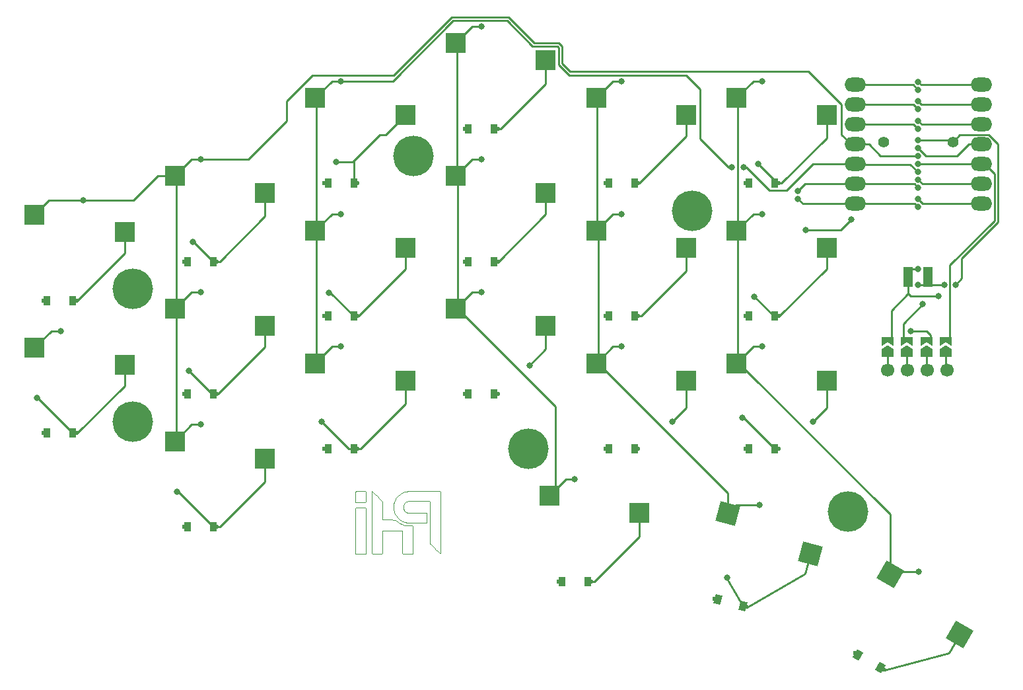
<source format=gbr>
%TF.GenerationSoftware,KiCad,Pcbnew,9.0.1*%
%TF.CreationDate,2025-06-09T17:49:50+02:00*%
%TF.ProjectId,pcb,7063622e-6b69-4636-9164-5f7063625858,v1.0.0*%
%TF.SameCoordinates,Original*%
%TF.FileFunction,Copper,L2,Bot*%
%TF.FilePolarity,Positive*%
%FSLAX46Y46*%
G04 Gerber Fmt 4.6, Leading zero omitted, Abs format (unit mm)*
G04 Created by KiCad (PCBNEW 9.0.1) date 2025-06-09 17:49:50*
%MOMM*%
%LPD*%
G01*
G04 APERTURE LIST*
G04 Aperture macros list*
%AMRotRect*
0 Rectangle, with rotation*
0 The origin of the aperture is its center*
0 $1 length*
0 $2 width*
0 $3 Rotation angle, in degrees counterclockwise*
0 Add horizontal line*
21,1,$1,$2,0,0,$3*%
%AMFreePoly0*
4,1,6,1.000000,0.000000,0.500000,-0.750000,-0.500000,-0.750000,-0.500000,0.750000,0.500000,0.750000,1.000000,0.000000,1.000000,0.000000,$1*%
%AMFreePoly1*
4,1,6,0.500000,-0.750000,-0.650000,-0.750000,-0.150000,0.000000,-0.650000,0.750000,0.500000,0.750000,0.500000,-0.750000,0.500000,-0.750000,$1*%
G04 Aperture macros list end*
%TA.AperFunction,NonConductor*%
%ADD10C,0.100000*%
%TD*%
%TA.AperFunction,ComponentPad*%
%ADD11C,1.700000*%
%TD*%
%TA.AperFunction,SMDPad,CuDef*%
%ADD12FreePoly0,90.000000*%
%TD*%
%TA.AperFunction,SMDPad,CuDef*%
%ADD13FreePoly1,90.000000*%
%TD*%
%TA.AperFunction,SMDPad,CuDef*%
%ADD14R,2.600000X2.600000*%
%TD*%
%TA.AperFunction,SMDPad,CuDef*%
%ADD15RotRect,2.600000X2.600000X330.000000*%
%TD*%
%TA.AperFunction,ComponentPad*%
%ADD16C,5.200000*%
%TD*%
%TA.AperFunction,SMDPad,CuDef*%
%ADD17R,1.250000X2.500000*%
%TD*%
%TA.AperFunction,SMDPad,CuDef*%
%ADD18O,2.750000X1.800000*%
%TD*%
%TA.AperFunction,CastellatedPad*%
%ADD19C,1.397000*%
%TD*%
%TA.AperFunction,SMDPad,CuDef*%
%ADD20RotRect,2.600000X2.600000X345.000000*%
%TD*%
%TA.AperFunction,ComponentPad*%
%ADD21C,0.600000*%
%TD*%
%TA.AperFunction,SMDPad,CuDef*%
%ADD22R,0.900000X1.200000*%
%TD*%
%TA.AperFunction,SMDPad,CuDef*%
%ADD23RotRect,0.900000X1.200000X330.000000*%
%TD*%
%TA.AperFunction,SMDPad,CuDef*%
%ADD24RotRect,0.900000X1.200000X345.000000*%
%TD*%
%TA.AperFunction,ViaPad*%
%ADD25C,0.800000*%
%TD*%
%TA.AperFunction,Conductor*%
%ADD26C,0.250000*%
%TD*%
G04 APERTURE END LIST*
D10*
X206192106Y-163982865D02*
X206302153Y-163982865D01*
X206412180Y-163982865D01*
X206522060Y-163982865D01*
X206610726Y-164004138D01*
X206610726Y-164114219D01*
X206610726Y-164224308D01*
X206610726Y-164334304D01*
X206610727Y-164444140D01*
X206610726Y-164554283D01*
X206610727Y-164664181D01*
X206610727Y-164774321D01*
X206610727Y-164884285D01*
X206610727Y-164994207D01*
X206610727Y-165104238D01*
X206610727Y-165214322D01*
X206610727Y-165324136D01*
X206567407Y-165390725D01*
X206457392Y-165390371D01*
X206347420Y-165390019D01*
X206237345Y-165389664D01*
X206127417Y-165389310D01*
X206017383Y-165388957D01*
X205907302Y-165388572D01*
X205797426Y-165388043D01*
X205687323Y-165387512D01*
X205577351Y-165386984D01*
X205467282Y-165386453D01*
X205357285Y-165385924D01*
X205247360Y-165385395D01*
X205241227Y-165281428D01*
X205241226Y-165171550D01*
X205241227Y-165061437D01*
X205241227Y-164951398D01*
X205241226Y-164841456D01*
X205241227Y-164731609D01*
X205241240Y-164621505D01*
X205241316Y-164511501D01*
X205241470Y-164401406D01*
X205241727Y-164291485D01*
X205242138Y-164181402D01*
X205242852Y-164071597D01*
X205422022Y-163985360D01*
X205532062Y-163984268D01*
X205642059Y-163983560D01*
X205752060Y-163983120D01*
X205862082Y-163982900D01*
X205972163Y-163982865D01*
X206081998Y-163982864D01*
X206192106Y-163982865D01*
X207483806Y-164038784D02*
X207563113Y-164115048D01*
X207641617Y-164192075D01*
X207720141Y-164269051D01*
X207798792Y-164345911D01*
X207877592Y-164422803D01*
X207956343Y-164499567D01*
X208035071Y-164576237D01*
X208113920Y-164652960D01*
X208192911Y-164729757D01*
X208271730Y-164806318D01*
X208350718Y-164882961D01*
X208429749Y-164959548D01*
X208508687Y-165035909D01*
X208587844Y-165112272D01*
X208667343Y-165188521D01*
X208746597Y-165264770D01*
X208766727Y-165366201D01*
X208766727Y-165476102D01*
X208766727Y-165586083D01*
X208766727Y-165696265D01*
X208766727Y-165806102D01*
X208766726Y-165916223D01*
X208766727Y-166026237D01*
X208766727Y-166136178D01*
X208766728Y-166246166D01*
X208766727Y-166356184D01*
X208766727Y-166466155D01*
X208766726Y-166576280D01*
X208766727Y-166686111D01*
X208766728Y-166796197D01*
X208766726Y-166906270D01*
X208766726Y-167016200D01*
X208766727Y-167126146D01*
X208766726Y-167236265D01*
X208766726Y-167346162D01*
X208766727Y-167456146D01*
X208766727Y-167566161D01*
X208810238Y-167632723D01*
X208920341Y-167632869D01*
X209030229Y-167633015D01*
X209140289Y-167633161D01*
X209250349Y-167633307D01*
X209360162Y-167633452D01*
X209470349Y-167633598D01*
X209580299Y-167633745D01*
X209690321Y-167634017D01*
X209800300Y-167634311D01*
X209910263Y-167634602D01*
X210020287Y-167634896D01*
X210130296Y-167635189D01*
X210240183Y-167635481D01*
X210350265Y-167635774D01*
X210449773Y-167662217D01*
X210529371Y-167737989D01*
X210611097Y-167811817D01*
X210695547Y-167882018D01*
X210783196Y-167948813D01*
X210873501Y-168011578D01*
X210966517Y-168070153D01*
X211062292Y-168124322D01*
X211160535Y-168173646D01*
X211261159Y-168217792D01*
X211364271Y-168256450D01*
X211468835Y-168290241D01*
X211574795Y-168320393D01*
X211681939Y-168344745D01*
X211790418Y-168362332D01*
X211899830Y-168373931D01*
X212009547Y-168381260D01*
X212119589Y-168385923D01*
X212229448Y-168388988D01*
X212339579Y-168391162D01*
X212449554Y-168393150D01*
X212559424Y-168395135D01*
X212669395Y-168397122D01*
X212671727Y-168504943D01*
X212671726Y-168614876D01*
X212671727Y-168724970D01*
X212671727Y-168834892D01*
X212671728Y-168944870D01*
X212671726Y-169054921D01*
X212671727Y-169164853D01*
X212671727Y-169274768D01*
X212671726Y-169384881D01*
X212671726Y-169494849D01*
X212671727Y-169604829D01*
X212671727Y-169714817D01*
X212671727Y-169824921D01*
X212671727Y-169934835D01*
X212671726Y-170044944D01*
X212671727Y-170154858D01*
X212671727Y-170264849D01*
X212671727Y-170374868D01*
X212671726Y-170484854D01*
X212671727Y-170594886D01*
X212671727Y-170704843D01*
X212671727Y-170814858D01*
X212671727Y-170924974D01*
X212671726Y-171034817D01*
X212671727Y-171144873D01*
X212671726Y-171254918D01*
X212671727Y-171364889D01*
X212671726Y-171474876D01*
X212671727Y-171584794D01*
X212671726Y-171694954D01*
X212671726Y-171804866D01*
X212671726Y-171914923D01*
X212604632Y-171957865D01*
X212494672Y-171957865D01*
X212384791Y-171957865D01*
X212274696Y-171957864D01*
X212164792Y-171957865D01*
X212054617Y-171957865D01*
X211944728Y-171957864D01*
X211834702Y-171957865D01*
X211724673Y-171957865D01*
X211614812Y-171957865D01*
X211504727Y-171957865D01*
X211394612Y-171957865D01*
X211318727Y-171923865D01*
X211318727Y-171813845D01*
X211318727Y-171703800D01*
X211318727Y-171593862D01*
X211318727Y-171483742D01*
X211318727Y-171373876D01*
X211318726Y-171263930D01*
X211318726Y-171153860D01*
X211318727Y-171043925D01*
X211318726Y-170933738D01*
X211318726Y-170823920D01*
X211318726Y-170713908D01*
X211318726Y-170603809D01*
X211318726Y-170493936D01*
X211318727Y-170383771D01*
X211318727Y-170273870D01*
X211318726Y-170163744D01*
X211318727Y-170053759D01*
X211318727Y-169943852D01*
X211318726Y-169833865D01*
X211318727Y-169723883D01*
X211318726Y-169613885D01*
X211318728Y-169503794D01*
X211318727Y-169393769D01*
X211318727Y-169283765D01*
X211318727Y-169173866D01*
X211318727Y-169063800D01*
X211251779Y-169020864D01*
X211141680Y-169020864D01*
X211031713Y-169020865D01*
X210921728Y-169020866D01*
X210811674Y-169020865D01*
X210701773Y-169020865D01*
X210591694Y-169020865D01*
X210481782Y-169020865D01*
X210371630Y-169020865D01*
X210261617Y-169020864D01*
X210151720Y-169020865D01*
X210041676Y-169020864D01*
X209931637Y-169020865D01*
X209821761Y-169020865D01*
X209711785Y-169020865D01*
X209601685Y-169020864D01*
X209491628Y-169020864D01*
X209381648Y-169020865D01*
X209271682Y-169020865D01*
X209161629Y-169020864D01*
X209051738Y-169020864D01*
X208941634Y-169020865D01*
X208831728Y-169020865D01*
X208766727Y-169065823D01*
X208766727Y-169175923D01*
X208766726Y-169286033D01*
X208766726Y-169395820D01*
X208766726Y-169505852D01*
X208766726Y-169615874D01*
X208766727Y-169725984D01*
X208766727Y-169835936D01*
X208766727Y-169945867D01*
X208766727Y-170055825D01*
X208766727Y-170165848D01*
X208766727Y-170276002D01*
X208766726Y-170385918D01*
X208766726Y-170495952D01*
X208766727Y-170605954D01*
X208766728Y-170716038D01*
X208766727Y-170826019D01*
X208766728Y-170935927D01*
X208766727Y-171045934D01*
X208766726Y-171155922D01*
X208766727Y-171266021D01*
X208766726Y-171375852D01*
X208766727Y-171485985D01*
X208766726Y-171595891D01*
X208766726Y-171705870D01*
X208766726Y-171815960D01*
X208766726Y-171925882D01*
X208688741Y-171957865D01*
X208578679Y-171957865D01*
X208468656Y-171957865D01*
X208358636Y-171957864D01*
X208248626Y-171957865D01*
X208138623Y-171957865D01*
X208028588Y-171957865D01*
X207918640Y-171957865D01*
X207808740Y-171957865D01*
X207698695Y-171957865D01*
X207588635Y-171957864D01*
X207478738Y-171957865D01*
X207402727Y-171923788D01*
X207402727Y-171813797D01*
X207402726Y-171703845D01*
X207402727Y-171593714D01*
X207402726Y-171483758D01*
X207402726Y-171373882D01*
X207402727Y-171263857D01*
X207402727Y-171153804D01*
X207402726Y-171043728D01*
X207402728Y-170933824D01*
X207402727Y-170823666D01*
X207402727Y-170713781D01*
X207402726Y-170603730D01*
X207402727Y-170493820D01*
X207402727Y-170383770D01*
X207402727Y-170273775D01*
X207402726Y-170163816D01*
X207402726Y-170053666D01*
X207402727Y-169943811D01*
X207402726Y-169833821D01*
X207402727Y-169723808D01*
X207402726Y-169613722D01*
X207402727Y-169503702D01*
X207402727Y-169393740D01*
X207402727Y-169283691D01*
X207402727Y-169173814D01*
X207402727Y-169063759D01*
X207402727Y-168953796D01*
X207402726Y-168843686D01*
X207402726Y-168733868D01*
X207402727Y-168623869D01*
X207402727Y-168513757D01*
X207402726Y-168403826D01*
X207402727Y-168293804D01*
X207402727Y-168183837D01*
X207402727Y-168073713D01*
X207402727Y-167963811D01*
X207402727Y-167824720D01*
X207402727Y-167714740D01*
X207402727Y-167604798D01*
X207402727Y-167494713D01*
X207402727Y-167384749D01*
X207402728Y-167274787D01*
X207402727Y-167164719D01*
X207402727Y-167054726D01*
X207402726Y-166944699D01*
X207402726Y-166834709D01*
X207402727Y-166724631D01*
X207402727Y-166614701D01*
X207402727Y-166504721D01*
X207402727Y-166394760D01*
X207402727Y-166284657D01*
X207402727Y-166174757D01*
X207402726Y-166064654D01*
X207402727Y-165954652D01*
X207402727Y-165844684D01*
X207402727Y-165734685D01*
X207402727Y-165624777D01*
X207402726Y-165514742D01*
X207402726Y-165404750D01*
X207402728Y-165294830D01*
X207402727Y-165184721D01*
X207402727Y-165074757D01*
X207402727Y-164964694D01*
X207402727Y-164854773D01*
X207402727Y-164744797D01*
X207402726Y-164634610D01*
X207402727Y-164524663D01*
X207402726Y-164414784D01*
X207402727Y-164304766D01*
X207402726Y-164194722D01*
X207402726Y-164084632D01*
X207402727Y-163974628D01*
X207483806Y-164038784D01*
X206324885Y-166105865D02*
X206434842Y-166105865D01*
X206544904Y-166105865D01*
X206610727Y-166150019D01*
X206610727Y-166259945D01*
X206610727Y-166369879D01*
X206610727Y-166479998D01*
X206610726Y-166590049D01*
X206610727Y-166700039D01*
X206610726Y-166809934D01*
X206610726Y-166919944D01*
X206610727Y-167029903D01*
X206610727Y-167140084D01*
X206610726Y-167250040D01*
X206610727Y-167359919D01*
X206610727Y-167470052D01*
X206610726Y-167579974D01*
X206610727Y-167689983D01*
X206610727Y-167799979D01*
X206610727Y-167909907D01*
X206610727Y-168020004D01*
X206610727Y-168130035D01*
X206610726Y-168240044D01*
X206610727Y-168350096D01*
X206610727Y-168460012D01*
X206610726Y-168570017D01*
X206610726Y-168680089D01*
X206610727Y-168789944D01*
X206610727Y-168900106D01*
X206610726Y-169009900D01*
X206610726Y-169119987D01*
X206610726Y-169229964D01*
X206610727Y-169339958D01*
X206610727Y-169450093D01*
X206610727Y-169559956D01*
X206610726Y-169669923D01*
X206610727Y-169780095D01*
X206610727Y-169890037D01*
X206610727Y-170000079D01*
X206610727Y-170110021D01*
X206610727Y-170220017D01*
X206610727Y-170329943D01*
X206610727Y-170440004D01*
X206610727Y-170550114D01*
X206610727Y-170660023D01*
X206610726Y-170770101D01*
X206610726Y-170880043D01*
X206610727Y-170990091D01*
X206610726Y-171100078D01*
X206610727Y-171210017D01*
X206610727Y-171320109D01*
X206610727Y-171429998D01*
X206610727Y-171539938D01*
X206610727Y-171649938D01*
X206610726Y-171760015D01*
X206610727Y-171870023D01*
X206588554Y-171957864D01*
X206478624Y-171957865D01*
X206368664Y-171957865D01*
X206258579Y-171957866D01*
X206148677Y-171957865D01*
X206038594Y-171957864D01*
X205928471Y-171957864D01*
X205818590Y-171957865D01*
X205708683Y-171957864D01*
X205598657Y-171957865D01*
X205488629Y-171957865D01*
X205378645Y-171957865D01*
X205268642Y-171957865D01*
X205234712Y-171881853D01*
X205234838Y-171771775D01*
X205234961Y-171661880D01*
X205235084Y-171551787D01*
X205235209Y-171441910D01*
X205235332Y-171331736D01*
X205235457Y-171221873D01*
X205235581Y-171111790D01*
X205235705Y-171001807D01*
X205235828Y-170891810D01*
X205235953Y-170781713D01*
X205236077Y-170671818D01*
X205236201Y-170561815D01*
X205236326Y-170451741D01*
X205236450Y-170341885D01*
X205236573Y-170231744D01*
X205236698Y-170121789D01*
X205236822Y-170011775D01*
X205236946Y-169901839D01*
X205237069Y-169791808D01*
X205237193Y-169681693D01*
X205237318Y-169571734D01*
X205237441Y-169461838D01*
X205237565Y-169351792D01*
X205237690Y-169241707D01*
X205237813Y-169131738D01*
X205238107Y-168872212D01*
X205238231Y-168762164D01*
X205238355Y-168652341D01*
X205238478Y-168542324D01*
X205238603Y-168432242D01*
X205238727Y-168322162D01*
X205238851Y-168212190D01*
X205238975Y-168102291D01*
X205239099Y-167992286D01*
X205239224Y-167882256D01*
X205239347Y-167772271D01*
X205239471Y-167662299D01*
X205239596Y-167552257D01*
X205239720Y-167442297D01*
X205239844Y-167332181D01*
X205239968Y-167222234D01*
X205240092Y-167112316D01*
X205240216Y-167002275D01*
X205240340Y-166892264D01*
X205240463Y-166782201D01*
X205240587Y-166672194D01*
X205240712Y-166562249D01*
X205240835Y-166452283D01*
X205240960Y-166342215D01*
X205241084Y-166232295D01*
X205241207Y-166122320D01*
X205334819Y-166105865D01*
X205444776Y-166105865D01*
X205554774Y-166105864D01*
X205664933Y-166105865D01*
X205774878Y-166105865D01*
X205884874Y-166105865D01*
X205994832Y-166105865D01*
X206104909Y-166105865D01*
X206214841Y-166105864D01*
X206324885Y-166105865D01*
X216169727Y-164011324D02*
X216169728Y-164121366D01*
X216169727Y-164231393D01*
X216169727Y-164341269D01*
X216169726Y-164451309D01*
X216169726Y-164561374D01*
X216169728Y-164671464D01*
X216169727Y-164781382D01*
X216169727Y-164891374D01*
X216169726Y-165001403D01*
X216169727Y-165111398D01*
X216169726Y-165221317D01*
X216169726Y-165331430D01*
X216169726Y-165441428D01*
X216169727Y-165551408D01*
X216169727Y-165661351D01*
X216169726Y-165771455D01*
X216169727Y-165881402D01*
X216169727Y-165991433D01*
X216169727Y-166101433D01*
X216169727Y-166211287D01*
X216169725Y-166321415D01*
X216169726Y-166431314D01*
X216169726Y-166541351D01*
X216169727Y-166651495D01*
X216169726Y-166761316D01*
X216169727Y-166871345D01*
X216169726Y-166981316D01*
X216169726Y-167091474D01*
X216169727Y-167201385D01*
X216169727Y-167311393D01*
X216169727Y-167421340D01*
X216169726Y-167531380D01*
X216169727Y-167641374D01*
X216169727Y-167751323D01*
X216169727Y-167861470D01*
X216169726Y-167971389D01*
X216169724Y-168081402D01*
X216169714Y-168191460D01*
X216169699Y-168301395D01*
X216169676Y-168411362D01*
X216169648Y-168521302D01*
X216169612Y-168631350D01*
X216169569Y-168741432D01*
X216169518Y-168851472D01*
X216169461Y-168961388D01*
X216169394Y-169071484D01*
X216169321Y-169181470D01*
X216169239Y-169291430D01*
X216169148Y-169401445D01*
X216169049Y-169511385D01*
X216168939Y-169621303D01*
X216168822Y-169731405D01*
X216168692Y-169841346D01*
X216168552Y-169951295D01*
X216168401Y-170061381D01*
X216168235Y-170171374D01*
X216168058Y-170281342D01*
X216167867Y-170391309D01*
X216167660Y-170501390D01*
X216167436Y-170611350D01*
X216167194Y-170721446D01*
X216166932Y-170831419D01*
X216166647Y-170941304D01*
X216166335Y-171051445D01*
X216165992Y-171161452D01*
X216165614Y-171271450D01*
X216165191Y-171381475D01*
X216164711Y-171491399D01*
X216164157Y-171601390D01*
X216163489Y-171711411D01*
X216162625Y-171821443D01*
X216161233Y-171931383D01*
X216105131Y-171916014D01*
X216025811Y-171839842D01*
X215946636Y-171763258D01*
X215867700Y-171686632D01*
X215788965Y-171610020D01*
X215710067Y-171533106D01*
X215631502Y-171456401D01*
X215552834Y-171379488D01*
X215474146Y-171302453D01*
X215395618Y-171225479D01*
X215317167Y-171148479D01*
X215238695Y-171071351D01*
X215160342Y-170994226D01*
X215081938Y-170916919D01*
X215003553Y-170839660D01*
X214925231Y-170762588D01*
X214846833Y-170685442D01*
X214838647Y-170578716D01*
X214838558Y-170468693D01*
X214838469Y-170358674D01*
X214838379Y-170248836D01*
X214838291Y-170138831D01*
X214838202Y-170028787D01*
X214838113Y-169918742D01*
X214838024Y-169808800D01*
X214837935Y-169698809D01*
X214837846Y-169588794D01*
X214837757Y-169478839D01*
X214837667Y-169368672D01*
X214837579Y-169258708D01*
X214837490Y-169148845D01*
X214837400Y-169038754D01*
X214837312Y-168928672D01*
X214837222Y-168818689D01*
X214837134Y-168708842D01*
X214837043Y-168598786D01*
X214836955Y-168488684D01*
X214836867Y-168378854D01*
X214836777Y-168268849D01*
X214836687Y-168158681D01*
X214836599Y-168048835D01*
X214836502Y-167938672D01*
X214836367Y-167828775D01*
X214836235Y-167718845D01*
X214836100Y-167608688D01*
X214835968Y-167498847D01*
X214835833Y-167388758D01*
X214835699Y-167278790D01*
X214835567Y-167168705D01*
X214835433Y-167058653D01*
X214835300Y-166948741D01*
X214835166Y-166838815D01*
X214835032Y-166728802D01*
X214834899Y-166618773D01*
X214834765Y-166508642D01*
X214834631Y-166398804D01*
X214834498Y-166288700D01*
X214834364Y-166178829D01*
X214834231Y-166068851D01*
X214834096Y-165958668D01*
X214833963Y-165848731D01*
X214833830Y-165738729D01*
X214833696Y-165628759D01*
X214833563Y-165518783D01*
X214833429Y-165408744D01*
X214833295Y-165298800D01*
X214779546Y-165242235D01*
X214669545Y-165241969D01*
X214559661Y-165241703D01*
X214449647Y-165241436D01*
X214339586Y-165241170D01*
X214229496Y-165240905D01*
X214119518Y-165240637D01*
X214009540Y-165240372D01*
X213899635Y-165240105D01*
X213789672Y-165239840D01*
X213679549Y-165239574D01*
X213569525Y-165239307D01*
X213459555Y-165239050D01*
X213349663Y-165238888D01*
X213239606Y-165238723D01*
X213129617Y-165238568D01*
X213019642Y-165238432D01*
X212909674Y-165238338D01*
X212799576Y-165238312D01*
X212689523Y-165238393D01*
X212579646Y-165238646D01*
X212469710Y-165239180D01*
X212359586Y-165240184D01*
X212249633Y-165242029D01*
X212139704Y-165245571D01*
X212029943Y-165253340D01*
X211922547Y-165275365D01*
X211822502Y-165321052D01*
X211728702Y-165378264D01*
X211644597Y-165448934D01*
X211572461Y-165531984D01*
X211512302Y-165623878D01*
X211468241Y-165724605D01*
X211440014Y-165830725D01*
X211425528Y-165939839D01*
X211425529Y-166049785D01*
X211441422Y-166158506D01*
X211469768Y-166264595D01*
X211513194Y-166365564D01*
X211572827Y-166458004D01*
X211646025Y-166539819D01*
X211729878Y-166610862D01*
X211823859Y-166667742D01*
X211925927Y-166708599D01*
X212032879Y-166734059D01*
X212142221Y-166745823D01*
X212252147Y-166748702D01*
X212362119Y-166750399D01*
X212472128Y-166751615D01*
X212582198Y-166752538D01*
X212692155Y-166753251D01*
X212802056Y-166753801D01*
X212912127Y-166754219D01*
X213022113Y-166754521D01*
X213132187Y-166754725D01*
X213242156Y-166754835D01*
X213351983Y-166754865D01*
X213462094Y-166754865D01*
X213572147Y-166754864D01*
X213682092Y-166754865D01*
X213792167Y-166754865D01*
X213902059Y-166754865D01*
X214012082Y-166754865D01*
X214122147Y-166754865D01*
X214232096Y-166754865D01*
X214342103Y-166754866D01*
X214442727Y-166764246D01*
X214442727Y-166874215D01*
X214442726Y-166984340D01*
X214442726Y-167094306D01*
X214442728Y-167204218D01*
X214442727Y-167314279D01*
X214442727Y-167424214D01*
X214442726Y-167534346D01*
X214442727Y-167644196D01*
X214442727Y-167754275D01*
X214442726Y-167864148D01*
X214442727Y-167974258D01*
X214368448Y-168009703D01*
X214258491Y-168009314D01*
X214148420Y-168008925D01*
X214038445Y-168008536D01*
X213928393Y-168008148D01*
X213818530Y-168007758D01*
X213708489Y-168007370D01*
X213598370Y-168006981D01*
X213488489Y-168006593D01*
X213378423Y-168006203D01*
X213268494Y-168005815D01*
X213158511Y-168005473D01*
X213048357Y-168005215D01*
X212938362Y-168004951D01*
X212828450Y-168004669D01*
X212718434Y-168004344D01*
X212608520Y-168003944D01*
X212498515Y-168003417D01*
X212388497Y-168002686D01*
X212278542Y-168001614D01*
X212168532Y-167999960D01*
X212058521Y-167997258D01*
X211948570Y-167992488D01*
X211838972Y-167983170D01*
X211730843Y-167964107D01*
X211624844Y-167934339D01*
X211520048Y-167901254D01*
X211416820Y-167862993D01*
X211316015Y-167819136D01*
X211217914Y-167769442D01*
X211122888Y-167713900D01*
X211031390Y-167652812D01*
X210943684Y-167586647D01*
X210859606Y-167515772D01*
X210779011Y-167440690D01*
X210702142Y-167362225D01*
X210628984Y-167280082D01*
X210560093Y-167194383D01*
X210495903Y-167105040D01*
X210436936Y-167012234D01*
X210383496Y-166916044D01*
X210335908Y-166816871D01*
X210294281Y-166715054D01*
X210258591Y-166611010D01*
X210228666Y-166505098D01*
X210204281Y-166397916D01*
X210185040Y-166289667D01*
X210170924Y-166180690D01*
X210164301Y-166070695D01*
X210164233Y-165960899D01*
X210169662Y-165851044D01*
X210180079Y-165741466D01*
X210195314Y-165632452D01*
X210215488Y-165524336D01*
X210241100Y-165417346D01*
X210273101Y-165312121D01*
X210313664Y-165210060D01*
X210360609Y-165110651D01*
X210411520Y-165012951D01*
X210465817Y-164917393D01*
X210524642Y-164824568D01*
X210590060Y-164736110D01*
X210660477Y-164651535D01*
X210735426Y-164571207D01*
X210814992Y-164495019D01*
X210898539Y-164423563D01*
X210985991Y-164356864D01*
X211076954Y-164295196D01*
X211171368Y-164238604D01*
X211268652Y-164187434D01*
X211368729Y-164141721D01*
X211471172Y-164101673D01*
X211575734Y-164067400D01*
X211681965Y-164039060D01*
X211789613Y-164016724D01*
X211898327Y-164000476D01*
X212018282Y-163993750D01*
X212128231Y-163991191D01*
X212238166Y-163989602D01*
X212348235Y-163988484D01*
X212458321Y-163987649D01*
X212568279Y-163987000D01*
X212678217Y-163986479D01*
X212788265Y-163986053D01*
X212898165Y-163985699D01*
X213008266Y-163985401D01*
X213118227Y-163985148D01*
X213228196Y-163984931D01*
X213338147Y-163984746D01*
X213448244Y-163984585D01*
X213558199Y-163984442D01*
X213668195Y-163984320D01*
X213778270Y-163984212D01*
X213888260Y-163984118D01*
X213998194Y-163984034D01*
X214108307Y-163983959D01*
X214218266Y-163983902D01*
X214328237Y-163983843D01*
X214438192Y-163983785D01*
X214548251Y-163983727D01*
X214658218Y-163983668D01*
X214768267Y-163983610D01*
X214878125Y-163983551D01*
X214988178Y-163983493D01*
X215098242Y-163983434D01*
X215208299Y-163983376D01*
X215318174Y-163983317D01*
X215428185Y-163983259D01*
X215538231Y-163983201D01*
X215648331Y-163983142D01*
X215758247Y-163983084D01*
X215868148Y-163983025D01*
X215978216Y-163982967D01*
X216088253Y-163982907D01*
X216169727Y-164011324D01*
D11*
%TO.P,REF\u002A\u002A,1*%
%TO.N,oled1*%
X273500000Y-148500000D03*
%TO.P,REF\u002A\u002A,2*%
%TO.N,oled2*%
X276040001Y-148500001D03*
%TO.P,REF\u002A\u002A,3*%
%TO.N,oled3*%
X278580000Y-148500000D03*
%TO.P,REF\u002A\u002A,4*%
%TO.N,oled4*%
X281120000Y-148500000D03*
%TD*%
D12*
%TO.P,REF\u002A\u002A,1*%
%TO.N,oled4*%
X281000000Y-146225000D03*
D13*
%TO.P,REF\u002A\u002A,2*%
%TO.N,sda*%
X281000000Y-144775000D03*
%TD*%
D12*
%TO.P,REF\u002A\u002A,1*%
%TO.N,oled3*%
X278500000Y-146225000D03*
D13*
%TO.P,REF\u002A\u002A,2*%
%TO.N,scl*%
X278500000Y-144775000D03*
%TD*%
D12*
%TO.P,REF\u002A\u002A,1*%
%TO.N,oled2*%
X276000000Y-146225000D03*
D13*
%TO.P,REF\u002A\u002A,2*%
%TO.N,5V*%
X276000000Y-144775000D03*
%TD*%
D12*
%TO.P,REF\u002A\u002A,1*%
%TO.N,oled1*%
X273500000Y-146225000D03*
D13*
%TO.P,REF\u002A\u002A,2*%
%TO.N,GND*%
X273500000Y-144775000D03*
%TD*%
D14*
%TO.P,S12,1*%
%TO.N,cindex*%
X236141726Y-147585864D03*
%TO.P,S12,2*%
%TO.N,index_bottom*%
X247691726Y-149785864D03*
%TD*%
D15*
%TO.P,S20,1*%
%TO.N,cinner*%
X273805862Y-174635684D03*
%TO.P,S20,2*%
%TO.N,right_cluster*%
X282708455Y-182315938D03*
%TD*%
D14*
%TO.P,S15,1*%
%TO.N,cinner*%
X254141727Y-147585865D03*
%TO.P,S15,2*%
%TO.N,inner_bottom*%
X265691727Y-149785865D03*
%TD*%
%TO.P,S14,1*%
%TO.N,cindex*%
X236141727Y-113585864D03*
%TO.P,S14,2*%
%TO.N,index_top*%
X247691727Y-115785864D03*
%TD*%
D16*
%TO.P,H6,*%
%TO.N,*%
X268416727Y-166535865D03*
%TD*%
%TO.P,H3,*%
%TO.N,*%
X212716727Y-121035865D03*
%TD*%
D14*
%TO.P,S2,1*%
%TO.N,cpinky*%
X164141727Y-128585865D03*
%TO.P,S2,2*%
%TO.N,outer_top*%
X175691727Y-130785865D03*
%TD*%
D17*
%TO.P,PAD1,1*%
%TO.N,GND*%
X276166727Y-136535865D03*
%TO.P,PAD1,2*%
%TO.N,BAT+*%
X278666727Y-136535865D03*
%TD*%
D16*
%TO.P,H2,*%
%TO.N,*%
X176716727Y-155035865D03*
%TD*%
D14*
%TO.P,S17,1*%
%TO.N,cinner*%
X254141727Y-113585864D03*
%TO.P,S17,2*%
%TO.N,inner_top*%
X265691727Y-115785864D03*
%TD*%
%TO.P,S13,1*%
%TO.N,cindex*%
X236141727Y-130585864D03*
%TO.P,S13,2*%
%TO.N,index_home*%
X247691727Y-132785864D03*
%TD*%
D18*
%TO.P,MCU1,1*%
%TO.N,rtop*%
X285511687Y-111915865D03*
%TO.P,MCU1,2*%
%TO.N,rhome*%
X285511686Y-114455865D03*
%TO.P,MCU1,3*%
%TO.N,rbottom*%
X285511686Y-116995865D03*
%TO.P,MCU1,4*%
%TO.N,rthumbs*%
X285511686Y-119535865D03*
%TO.P,MCU1,5*%
%TO.N,sda*%
X285511686Y-122075865D03*
%TO.P,MCU1,6*%
%TO.N,scl*%
X285511686Y-124615865D03*
%TO.P,MCU1,7*%
%TO.N,cinner*%
X285511686Y-127155865D03*
%TO.P,MCU1,8*%
%TO.N,cindex*%
X269321765Y-127155865D03*
%TO.P,MCU1,9*%
%TO.N,cmiddle*%
X269321766Y-124615865D03*
%TO.P,MCU1,10*%
%TO.N,cring*%
X269321766Y-122075865D03*
%TO.P,MCU1,11*%
%TO.N,cpinky*%
X269321766Y-119535865D03*
%TO.P,MCU1,12*%
%TO.N,3V3*%
X269321766Y-116995865D03*
%TO.P,MCU1,13*%
%TO.N,GND*%
X269321766Y-114455865D03*
%TO.P,MCU1,14*%
%TO.N,5V*%
X269321766Y-111915865D03*
D19*
%TO.P,MCU1,19*%
%TO.N,BAT+*%
X272971726Y-119218865D03*
X281861726Y-119218865D03*
%TD*%
D20*
%TO.P,S19,1*%
%TO.N,cindex*%
X253016836Y-166838752D03*
%TO.P,S19,2*%
%TO.N,middle_cluster*%
X263603878Y-171953149D03*
%TD*%
D14*
%TO.P,S3,1*%
%TO.N,cpinky*%
X182141727Y-157585865D03*
%TO.P,S3,2*%
%TO.N,pinky_bottom*%
X193691727Y-159785865D03*
%TD*%
D16*
%TO.P,H4,*%
%TO.N,*%
X227416727Y-158535865D03*
%TD*%
D14*
%TO.P,S10,1*%
%TO.N,cmiddle*%
X218141726Y-123585864D03*
%TO.P,S10,2*%
%TO.N,middle_home*%
X229691726Y-125785864D03*
%TD*%
%TO.P,S1,1*%
%TO.N,cring*%
X164141727Y-145585865D03*
%TO.P,S1,2*%
%TO.N,outer_home*%
X175691727Y-147785865D03*
%TD*%
%TO.P,S11,1*%
%TO.N,cmiddle*%
X218141727Y-106585865D03*
%TO.P,S11,2*%
%TO.N,middle_top*%
X229691727Y-108785865D03*
%TD*%
D16*
%TO.P,H5,*%
%TO.N,*%
X248416727Y-128035864D03*
%TD*%
D14*
%TO.P,S9,1*%
%TO.N,cmiddle*%
X218141727Y-140585864D03*
%TO.P,S9,2*%
%TO.N,middle_bottom*%
X229691727Y-142785864D03*
%TD*%
%TO.P,S16,1*%
%TO.N,cinner*%
X254141726Y-130585865D03*
%TO.P,S16,2*%
%TO.N,inner_home*%
X265691726Y-132785865D03*
%TD*%
%TO.P,S6,1*%
%TO.N,cring*%
X200141727Y-147585865D03*
%TO.P,S6,2*%
%TO.N,ring_bottom*%
X211691727Y-149785865D03*
%TD*%
%TO.P,S8,1*%
%TO.N,cring*%
X200141727Y-113585865D03*
%TO.P,S8,2*%
%TO.N,ring_top*%
X211691727Y-115785865D03*
%TD*%
%TO.P,S7,1*%
%TO.N,cring*%
X200141727Y-130585865D03*
%TO.P,S7,2*%
%TO.N,ring_home*%
X211691727Y-132785865D03*
%TD*%
%TO.P,S4,1*%
%TO.N,cpinky*%
X182141726Y-140585865D03*
%TO.P,S4,2*%
%TO.N,pinky_home*%
X193691726Y-142785865D03*
%TD*%
D16*
%TO.P,H1,*%
%TO.N,*%
X176716727Y-138035865D03*
%TD*%
D14*
%TO.P,S5,1*%
%TO.N,cpinky*%
X182141727Y-123585865D03*
%TO.P,S5,2*%
%TO.N,pinky_top*%
X193691727Y-125785865D03*
%TD*%
%TO.P,S18,1*%
%TO.N,cmiddle*%
X230141727Y-164585865D03*
%TO.P,S18,2*%
%TO.N,left_cluster*%
X241691727Y-166785865D03*
%TD*%
D21*
%TO.P,Di14,1*%
%TO.N,rtop*%
X237316727Y-124535864D03*
D22*
X237766727Y-124535863D03*
%TO.P,Di14,2*%
%TO.N,index_top*%
X241066727Y-124535865D03*
D21*
X241516727Y-124535864D03*
%TD*%
%TO.P,Di7,1*%
%TO.N,rhome*%
X201316727Y-141535865D03*
D22*
X201766727Y-141535864D03*
%TO.P,Di7,2*%
%TO.N,ring_home*%
X205066727Y-141535866D03*
D21*
X205516727Y-141535865D03*
%TD*%
%TO.P,Di1,1*%
%TO.N,rthumbs*%
X165316727Y-156535865D03*
D22*
X165766727Y-156535864D03*
%TO.P,Di1,2*%
%TO.N,outer_home*%
X169066727Y-156535866D03*
D21*
X169516727Y-156535865D03*
%TD*%
%TO.P,Di6,1*%
%TO.N,rbottom*%
X201316727Y-158535865D03*
D22*
X201766727Y-158535864D03*
%TO.P,Di6,2*%
%TO.N,ring_bottom*%
X205066727Y-158535866D03*
D21*
X205516727Y-158535865D03*
%TD*%
%TO.P,Di11,1*%
%TO.N,rtop*%
X219316727Y-117535864D03*
D22*
X219766727Y-117535863D03*
%TO.P,Di11,2*%
%TO.N,middle_top*%
X223066727Y-117535865D03*
D21*
X223516727Y-117535864D03*
%TD*%
%TO.P,Di20,1*%
%TO.N,rthumbs*%
X269348441Y-184706162D03*
D23*
X269738152Y-184931163D03*
%TO.P,Di20,2*%
%TO.N,right_cluster*%
X272596036Y-186581161D03*
D21*
X272985747Y-186806162D03*
%TD*%
%TO.P,Di19,1*%
%TO.N,rthumbs*%
X251317731Y-177719753D03*
D24*
X251752397Y-177836223D03*
%TO.P,Di19,2*%
%TO.N,middle_cluster*%
X254939953Y-178690323D03*
D21*
X255374619Y-178806793D03*
%TD*%
%TO.P,Di18,1*%
%TO.N,rthumbs*%
X231316726Y-175535865D03*
D22*
X231766726Y-175535864D03*
%TO.P,Di18,2*%
%TO.N,left_cluster*%
X235066726Y-175535866D03*
D21*
X235516726Y-175535865D03*
%TD*%
%TO.P,Di17,1*%
%TO.N,rtop*%
X255316727Y-124535865D03*
D22*
X255766727Y-124535864D03*
%TO.P,Di17,2*%
%TO.N,inner_top*%
X259066727Y-124535866D03*
D21*
X259516727Y-124535865D03*
%TD*%
%TO.P,Di10,1*%
%TO.N,rhome*%
X219316727Y-134535864D03*
D22*
X219766727Y-134535863D03*
%TO.P,Di10,2*%
%TO.N,middle_home*%
X223066727Y-134535865D03*
D21*
X223516727Y-134535864D03*
%TD*%
%TO.P,Di8,1*%
%TO.N,rtop*%
X201316727Y-124535865D03*
D22*
X201766727Y-124535864D03*
%TO.P,Di8,2*%
%TO.N,ring_top*%
X205066727Y-124535866D03*
D21*
X205516727Y-124535865D03*
%TD*%
%TO.P,Di12,1*%
%TO.N,rbottom*%
X237316726Y-158535864D03*
D22*
X237766726Y-158535863D03*
%TO.P,Di12,2*%
%TO.N,index_bottom*%
X241066726Y-158535865D03*
D21*
X241516726Y-158535864D03*
%TD*%
%TO.P,Di3,1*%
%TO.N,rbottom*%
X183316726Y-168535864D03*
D22*
X183766726Y-168535863D03*
%TO.P,Di3,2*%
%TO.N,pinky_bottom*%
X187066726Y-168535865D03*
D21*
X187516726Y-168535864D03*
%TD*%
%TO.P,Di4,1*%
%TO.N,rhome*%
X183316727Y-151535865D03*
D22*
X183766727Y-151535864D03*
%TO.P,Di4,2*%
%TO.N,pinky_home*%
X187066727Y-151535866D03*
D21*
X187516727Y-151535865D03*
%TD*%
%TO.P,Di16,1*%
%TO.N,rhome*%
X255316727Y-141535865D03*
D22*
X255766727Y-141535864D03*
%TO.P,Di16,2*%
%TO.N,inner_home*%
X259066727Y-141535866D03*
D21*
X259516727Y-141535865D03*
%TD*%
%TO.P,Di2,1*%
%TO.N,rthumbs*%
X165316727Y-139535865D03*
D22*
X165766727Y-139535864D03*
%TO.P,Di2,2*%
%TO.N,outer_top*%
X169066727Y-139535866D03*
D21*
X169516727Y-139535865D03*
%TD*%
%TO.P,Di13,1*%
%TO.N,rhome*%
X237316727Y-141535865D03*
D22*
X237766727Y-141535864D03*
%TO.P,Di13,2*%
%TO.N,index_home*%
X241066727Y-141535866D03*
D21*
X241516727Y-141535865D03*
%TD*%
%TO.P,Di15,1*%
%TO.N,rbottom*%
X255316726Y-158535865D03*
D22*
X255766726Y-158535864D03*
%TO.P,Di15,2*%
%TO.N,inner_bottom*%
X259066726Y-158535866D03*
D21*
X259516726Y-158535865D03*
%TD*%
%TO.P,Di9,1*%
%TO.N,rbottom*%
X219316726Y-151535865D03*
D22*
X219766726Y-151535864D03*
%TO.P,Di9,2*%
%TO.N,middle_bottom*%
X223066726Y-151535866D03*
D21*
X223516726Y-151535865D03*
%TD*%
%TO.P,Di5,1*%
%TO.N,rtop*%
X183316727Y-134535865D03*
D22*
X183766727Y-134535864D03*
%TO.P,Di5,2*%
%TO.N,pinky_top*%
X187066727Y-134535866D03*
D21*
X187516727Y-134535865D03*
%TD*%
D25*
%TO.N,BAT+*%
X282225000Y-137500000D03*
X280775000Y-137500000D03*
%TO.N,scl*%
X276500000Y-143500000D03*
%TO.N,GND*%
X280012653Y-139012653D03*
%TO.N,5V*%
X278000000Y-140000000D03*
%TO.N,cring*%
X253500000Y-122500000D03*
X203416727Y-145435865D03*
X203416727Y-111435865D03*
X277422427Y-123060804D03*
X203416726Y-128435865D03*
X167502492Y-143437576D03*
X255017726Y-122500000D03*
%TO.N,outer_home*%
X164416727Y-152035865D03*
%TO.N,cpinky*%
X185416726Y-121435865D03*
X185416726Y-138435866D03*
X185416727Y-155435865D03*
X170416727Y-126709865D03*
X277416726Y-121061171D03*
%TO.N,pinky_bottom*%
X182416727Y-164035865D03*
%TO.N,pinky_home*%
X183916727Y-148535865D03*
%TO.N,pinky_top*%
X184416726Y-132035865D03*
%TO.N,ring_bottom*%
X200916727Y-155035865D03*
%TO.N,ring_home*%
X201916727Y-138535864D03*
%TO.N,ring_top*%
X202843250Y-121829768D03*
%TO.N,cmiddle*%
X233416727Y-162435865D03*
X277416580Y-125086095D03*
X221416727Y-138435865D03*
X221416727Y-121435865D03*
X262000000Y-125500000D03*
X221416726Y-104435865D03*
%TO.N,middle_bottom*%
X227587949Y-147878311D03*
%TO.N,cindex*%
X239416726Y-111435865D03*
X239416726Y-128435864D03*
X239416727Y-145435865D03*
X277416727Y-127561170D03*
X257056340Y-165722979D03*
X262000000Y-126500000D03*
%TO.N,index_bottom*%
X245916727Y-155035864D03*
%TO.N,cinner*%
X257416727Y-145435864D03*
X277416726Y-126535864D03*
X257416727Y-128435864D03*
X257416726Y-111435864D03*
X268846765Y-129153235D03*
X277517642Y-174309535D03*
X263000000Y-130500000D03*
%TO.N,inner_bottom*%
X254916727Y-154535865D03*
X263916727Y-155035864D03*
%TO.N,inner_home*%
X256416726Y-139035865D03*
%TO.N,inner_top*%
X256916726Y-122035865D03*
%TO.N,middle_cluster*%
X252943693Y-175080606D03*
%TO.N,rthumbs*%
X277416727Y-120035864D03*
%TO.N,rbottom*%
X277416727Y-116535865D03*
%TO.N,rhome*%
X277416726Y-114035865D03*
%TO.N,rtop*%
X277416727Y-111535865D03*
%TO.N,sda*%
X277400501Y-122061042D03*
%TO.N,scl*%
X277416581Y-124060789D03*
%TO.N,3V3*%
X277418664Y-117557829D03*
%TO.N,GND*%
X277416727Y-135535865D03*
X277418443Y-115048034D03*
%TO.N,5V*%
X277416727Y-112535865D03*
%TO.N,BAT+*%
X277416727Y-119035865D03*
X277416727Y-137535864D03*
%TD*%
D26*
%TO.N,BAT+*%
X287663686Y-129474124D02*
X287663686Y-119479038D01*
X282225000Y-137500000D02*
X283000000Y-136725000D01*
X283000000Y-136725000D02*
X283000000Y-134137810D01*
X287663686Y-119479038D02*
X286494513Y-118309865D01*
X283000000Y-134137810D02*
X287663686Y-129474124D01*
X286494513Y-118309865D02*
X282770727Y-118309864D01*
X282770727Y-118309864D02*
X281861727Y-119218864D01*
X281678726Y-119035865D02*
X277416727Y-119035865D01*
X281861727Y-119218864D02*
X281678726Y-119035865D01*
X278666727Y-137166727D02*
X279000000Y-137500000D01*
X278666727Y-136535865D02*
X278666727Y-137166727D01*
X279000000Y-137500000D02*
X280775000Y-137500000D01*
%TO.N,sda*%
X281000000Y-144775000D02*
X281225000Y-144775000D01*
X281225000Y-144775000D02*
X281500000Y-144500000D01*
X281500000Y-144500000D02*
X281500000Y-135000000D01*
X281500000Y-135000000D02*
X287212686Y-129287314D01*
X287212686Y-129287314D02*
X287212686Y-123301865D01*
X287212686Y-123301865D02*
X285986686Y-122075865D01*
%TO.N,5V*%
X275775000Y-144775000D02*
X275500000Y-144500000D01*
X276000000Y-144775000D02*
X275775000Y-144775000D01*
X275500000Y-144500000D02*
X275500000Y-142500000D01*
%TO.N,scl*%
X279000000Y-144000000D02*
X278500000Y-143500000D01*
X278725000Y-144775000D02*
X279000000Y-144500000D01*
X278500000Y-144775000D02*
X278725000Y-144775000D01*
X279000000Y-144500000D02*
X279000000Y-144000000D01*
X278500000Y-143500000D02*
X276500000Y-143500000D01*
%TO.N,5V*%
X276000000Y-144775000D02*
X276225000Y-144775000D01*
X275500000Y-142500000D02*
X278000000Y-140000000D01*
%TO.N,GND*%
X273500000Y-144775000D02*
X273725000Y-144775000D01*
X273725000Y-144775000D02*
X274000000Y-144500000D01*
X274000000Y-144500000D02*
X274000000Y-140833454D01*
X274000000Y-140833454D02*
X276166727Y-138666727D01*
X280012653Y-139012653D02*
X276512653Y-139012653D01*
X276512653Y-139012653D02*
X276166727Y-138666727D01*
X276166727Y-138666727D02*
X276166727Y-136535865D01*
%TO.N,cinner*%
X268846765Y-129153235D02*
X267500000Y-130500000D01*
X267500000Y-130500000D02*
X263000000Y-130500000D01*
%TO.N,cring*%
X200141727Y-113585865D02*
X202291727Y-111435865D01*
X231317727Y-107159865D02*
X231157862Y-107000000D01*
X249500000Y-118854236D02*
X249500000Y-112500000D01*
X200141726Y-130585865D02*
X202291727Y-128435865D01*
X247709865Y-110709865D02*
X232709865Y-110709865D01*
X202291727Y-111435865D02*
X203416727Y-111435865D01*
X164141727Y-145585865D02*
X166290016Y-143437576D01*
X232709865Y-110709865D02*
X231317727Y-109317727D01*
X276416726Y-122103988D02*
X268874889Y-122103988D01*
X277422427Y-123060804D02*
X277373543Y-123060804D01*
X228000000Y-107000000D02*
X224709865Y-103709865D01*
X231157862Y-107000000D02*
X228000000Y-107000000D01*
X224709865Y-103709865D02*
X217790135Y-103709865D01*
X200141726Y-147585865D02*
X202291727Y-145435865D01*
X166290016Y-143437576D02*
X167502492Y-143437576D01*
X200292726Y-147434864D02*
X200141726Y-147585865D01*
X253500000Y-122500000D02*
X253145764Y-122500000D01*
X258394729Y-125461866D02*
X255432863Y-122500000D01*
X202291727Y-145435865D02*
X203416727Y-145435865D01*
X200292727Y-113736865D02*
X200292726Y-130434864D01*
X268874889Y-122103988D02*
X268846767Y-122075865D01*
X231317727Y-109317727D02*
X231317727Y-107159865D01*
X200292727Y-130736865D02*
X200292726Y-147434864D01*
X268886766Y-122035865D02*
X268846767Y-122075865D01*
X202291727Y-128435865D02*
X203416726Y-128435865D01*
X200141726Y-130585865D02*
X200292727Y-130736865D01*
X263924135Y-122075865D02*
X260538134Y-125461866D01*
X210064135Y-111435865D02*
X203416727Y-111435865D01*
X268846766Y-122075865D02*
X263924135Y-122075865D01*
X249500000Y-112500000D02*
X247709865Y-110709865D01*
X255432863Y-122500000D02*
X255017726Y-122500000D01*
X277373543Y-123060804D02*
X276416726Y-122103988D01*
X200141727Y-113585865D02*
X200292727Y-113736865D01*
X253145764Y-122500000D02*
X249500000Y-118854236D01*
X260538134Y-125461866D02*
X258394729Y-125461866D01*
X200292726Y-130434864D02*
X200141726Y-130585865D01*
X217790135Y-103709865D02*
X210064135Y-111435865D01*
%TO.N,outer_home*%
X175691726Y-147785866D02*
X175691727Y-150495964D01*
X169066727Y-156535865D02*
X164566727Y-152035865D01*
X164566727Y-152035865D02*
X164416727Y-152035865D01*
X169651826Y-156535865D02*
X169066727Y-156535865D01*
X175691727Y-150495964D02*
X169651826Y-156535865D01*
%TO.N,cpinky*%
X184291726Y-155435864D02*
X185416727Y-155435865D01*
X184291727Y-138435865D02*
X185416726Y-138435866D01*
X267620766Y-114462902D02*
X267620766Y-118309865D01*
X182292727Y-123736865D02*
X182292727Y-140434864D01*
X182141726Y-123585865D02*
X179963662Y-123585864D01*
X176839661Y-126709864D02*
X170416727Y-126709865D01*
X272583470Y-120986866D02*
X271132470Y-119535865D01*
X263338959Y-110181095D02*
X267620766Y-114462902D01*
X271132470Y-119535865D02*
X268846766Y-119535864D01*
X277342420Y-120986865D02*
X277416726Y-121061171D01*
X224896675Y-103258865D02*
X228186810Y-106549000D01*
X267620766Y-118309865D02*
X268846766Y-119535865D01*
X232818905Y-110181095D02*
X263338959Y-110181095D01*
X191564135Y-121435865D02*
X196500000Y-116500000D01*
X164141727Y-128585865D02*
X166017727Y-126709864D01*
X184291727Y-121435865D02*
X185416726Y-121435865D01*
X182292727Y-140434864D02*
X182141727Y-140585865D01*
X166017727Y-126709864D02*
X170416727Y-126709865D01*
X231768727Y-106973055D02*
X231768727Y-109130917D01*
X228186810Y-106549000D02*
X231344672Y-106549000D01*
X182141727Y-140585865D02*
X184291727Y-138435865D01*
X179963662Y-123585864D02*
X176839661Y-126709864D01*
X199765727Y-110709865D02*
X210152325Y-110709865D01*
X182141726Y-123585865D02*
X184291727Y-121435865D01*
X185416726Y-121435865D02*
X191564135Y-121435865D01*
X182292726Y-140736865D02*
X182292727Y-157434864D01*
X217603325Y-103258865D02*
X224896675Y-103258865D01*
X210152325Y-110709865D02*
X217603325Y-103258865D01*
X182141727Y-140585865D02*
X182292726Y-140736865D01*
X182141726Y-123585865D02*
X182292727Y-123736865D01*
X182292727Y-157434864D02*
X182141727Y-157585865D01*
X182141727Y-157585865D02*
X184291726Y-155435864D01*
X196500000Y-113975592D02*
X199765727Y-110709865D01*
X196500000Y-116500000D02*
X196500000Y-113975592D01*
X231344672Y-106549000D02*
X231768727Y-106973055D01*
X231768727Y-109130917D02*
X232818905Y-110181095D01*
X272583470Y-120986866D02*
X277342420Y-120986865D01*
%TO.N,outer_top*%
X175691727Y-130785865D02*
X175691726Y-133495965D01*
X169651826Y-139535865D02*
X169066727Y-139535866D01*
X175691726Y-133495965D02*
X169651826Y-139535865D01*
%TO.N,pinky_bottom*%
X182566727Y-164035864D02*
X182416727Y-164035865D01*
X187916727Y-168535865D02*
X187066728Y-168535865D01*
X193691727Y-162760865D02*
X187916727Y-168535865D01*
X193691727Y-159785865D02*
X193691727Y-162760865D01*
X187066728Y-168535865D02*
X182566727Y-164035864D01*
%TO.N,pinky_home*%
X187066726Y-151535865D02*
X186916725Y-151535865D01*
X187651825Y-151535865D02*
X187066726Y-151535865D01*
X186916725Y-151535865D02*
X183916727Y-148535865D01*
X193691726Y-142785865D02*
X193691726Y-145495963D01*
X193691726Y-145495963D02*
X187651825Y-151535865D01*
%TO.N,pinky_top*%
X184566726Y-132035865D02*
X184416726Y-132035865D01*
X187066726Y-134535865D02*
X184566726Y-132035865D01*
X193691726Y-125785866D02*
X193691727Y-128760865D01*
X193691727Y-128760865D02*
X187916726Y-134535864D01*
X187916726Y-134535864D02*
X187066726Y-134535865D01*
%TO.N,ring_bottom*%
X204416727Y-158535865D02*
X200916727Y-155035865D01*
X205940991Y-158535865D02*
X205066726Y-158535865D01*
X211691727Y-152785129D02*
X205940991Y-158535865D01*
X211691726Y-149785865D02*
X211691727Y-152785129D01*
X205066726Y-158535865D02*
X204416727Y-158535865D01*
%TO.N,ring_home*%
X205066727Y-141535865D02*
X202066726Y-138535864D01*
X205651826Y-141535865D02*
X205066727Y-141535865D01*
X211691727Y-135495964D02*
X205651826Y-141535865D01*
X202066726Y-138535864D02*
X201916727Y-138535864D01*
X211691727Y-132785864D02*
X211691727Y-135495964D01*
%TO.N,ring_top*%
X209168628Y-118308965D02*
X208408527Y-118308964D01*
X211691727Y-115785864D02*
X209168628Y-118308965D01*
X204887725Y-121829768D02*
X202843250Y-121829768D01*
X205066726Y-121650766D02*
X204887725Y-121829768D01*
X205066726Y-121650766D02*
X205066727Y-124535865D01*
X208408527Y-118308964D02*
X205066726Y-121650766D01*
%TO.N,cmiddle*%
X218416727Y-140310864D02*
X218141727Y-140585865D01*
X232291726Y-162435865D02*
X233416727Y-162435865D01*
X220291727Y-104435865D02*
X221416726Y-104435865D01*
X218141727Y-140585865D02*
X220291726Y-138435865D01*
X276946352Y-124615865D02*
X268846766Y-124615865D01*
X218141727Y-123585865D02*
X218416727Y-123860864D01*
X218141727Y-123585865D02*
X220291726Y-121435865D01*
X230141727Y-164585864D02*
X232291726Y-162435865D01*
X218423140Y-140585865D02*
X230916726Y-153079452D01*
X220291726Y-121435865D02*
X221416727Y-121435865D01*
X218292727Y-106736865D02*
X218292727Y-123434865D01*
X230916726Y-153079452D02*
X230916726Y-163810864D01*
X218416727Y-123860864D02*
X218416727Y-140310864D01*
X218141727Y-106585865D02*
X218292727Y-106736865D01*
X218141727Y-140585865D02*
X218423140Y-140585865D01*
X218292727Y-123434865D02*
X218141727Y-123585865D01*
X220291726Y-138435865D02*
X221416727Y-138435865D01*
X262884135Y-124615865D02*
X262000000Y-125500000D01*
X268846766Y-124615865D02*
X262884135Y-124615865D01*
X230916726Y-163810864D02*
X230141727Y-164585864D01*
X218141727Y-106585865D02*
X220291727Y-104435865D01*
X277416580Y-125086095D02*
X276946352Y-124615865D01*
%TO.N,middle_bottom*%
X229691726Y-145774534D02*
X227587949Y-147878311D01*
X229691727Y-142785865D02*
X229691726Y-145774534D01*
%TO.N,middle_home*%
X229691726Y-128495964D02*
X223651825Y-134535864D01*
X223651825Y-134535864D02*
X223066727Y-134535865D01*
X229691727Y-125785865D02*
X229691726Y-128495964D01*
%TO.N,middle_top*%
X223916726Y-117535865D02*
X223066726Y-117535866D01*
X229691726Y-108785865D02*
X229691727Y-111760864D01*
X229691727Y-111760864D02*
X223916726Y-117535865D01*
%TO.N,cindex*%
X236292726Y-130434865D02*
X236141727Y-130585865D01*
X236423140Y-147585865D02*
X253016836Y-164179561D01*
X238291726Y-145435865D02*
X239416727Y-145435865D01*
X238291727Y-111435865D02*
X239416726Y-111435865D01*
X238291727Y-128435865D02*
X239416726Y-128435864D01*
X253016835Y-166838751D02*
X254132607Y-165722979D01*
X253016836Y-164179561D02*
X253016835Y-166838751D01*
X236141726Y-113585865D02*
X236292727Y-113736865D01*
X236292727Y-113736865D02*
X236292726Y-130434865D01*
X277416727Y-127561170D02*
X277011423Y-127155865D01*
X236141727Y-130585865D02*
X236416727Y-130860864D01*
X236141726Y-113585865D02*
X238291727Y-111435865D01*
X236141727Y-130585865D02*
X238291727Y-128435865D01*
X254132607Y-165722979D02*
X257056340Y-165722979D01*
X236416727Y-130860864D02*
X236416726Y-147310864D01*
X236141727Y-147585865D02*
X238291726Y-145435865D01*
X262655865Y-127155865D02*
X268846765Y-127155865D01*
X277011423Y-127155865D02*
X268846767Y-127155866D01*
X236141727Y-147585865D02*
X236423140Y-147585865D01*
X262000000Y-126500000D02*
X262655865Y-127155865D01*
X236416726Y-147310864D02*
X236141727Y-147585865D01*
%TO.N,index_bottom*%
X247691727Y-149785865D02*
X247691726Y-153260864D01*
X247691726Y-153260864D02*
X245916727Y-155035864D01*
%TO.N,index_home*%
X247691728Y-135785129D02*
X241940991Y-141535865D01*
X241940991Y-141535865D02*
X241066726Y-141535865D01*
X247691726Y-132785865D02*
X247691728Y-135785129D01*
%TO.N,index_top*%
X247691727Y-118495963D02*
X241651826Y-124535865D01*
X241651826Y-124535865D02*
X241066727Y-124535865D01*
X247691727Y-115785865D02*
X247691727Y-118495963D01*
%TO.N,cinner*%
X273805862Y-174635684D02*
X274132012Y-174309535D01*
X254292726Y-130434865D02*
X254292726Y-113736864D01*
X254141727Y-130585864D02*
X254292726Y-130736865D01*
X278036726Y-127155865D02*
X285986687Y-127155864D01*
X256291726Y-145435865D02*
X257416727Y-145435864D01*
X256291728Y-128435865D02*
X257416727Y-128435864D01*
X274132012Y-174309535D02*
X277517642Y-174309535D01*
X254141727Y-130585864D02*
X256291728Y-128435865D01*
X254141727Y-147585865D02*
X256291726Y-145435865D01*
X256291727Y-111435865D02*
X254141727Y-113585864D01*
X254141727Y-130585864D02*
X254292726Y-130434865D01*
X254466727Y-147585865D02*
X273805862Y-166925000D01*
X254141727Y-147585865D02*
X254466727Y-147585865D01*
X257416726Y-111435864D02*
X256291727Y-111435865D01*
X273805862Y-166925000D02*
X273805862Y-174635684D01*
X277416726Y-126535864D02*
X278036726Y-127155865D01*
X254292727Y-147434865D02*
X254141727Y-147585865D01*
X254292726Y-113736864D02*
X254141727Y-113585864D01*
X254292726Y-130736865D02*
X254292727Y-147434865D01*
%TO.N,inner_bottom*%
X265691727Y-153260864D02*
X263916727Y-155035864D01*
X265691726Y-149785866D02*
X265691727Y-153260864D01*
X259066727Y-158535864D02*
X255066726Y-154535864D01*
X255066726Y-154535864D02*
X254916727Y-154535865D01*
%TO.N,inner_home*%
X259066727Y-141535864D02*
X258916726Y-141535865D01*
X258916726Y-141535865D02*
X256416726Y-139035865D01*
X265691726Y-135495964D02*
X259651826Y-141535864D01*
X259651826Y-141535864D02*
X259066727Y-141535864D01*
X265691727Y-132785865D02*
X265691726Y-135495964D01*
%TO.N,inner_top*%
X265691726Y-115785865D02*
X265691727Y-118760864D01*
X259066726Y-124535864D02*
X259066727Y-124185865D01*
X265691727Y-118760864D02*
X259916726Y-124535865D01*
X259916726Y-124535865D02*
X259066726Y-124535864D01*
X259066727Y-124185865D02*
X256916726Y-122035865D01*
%TO.N,left_cluster*%
X241691727Y-166785864D02*
X241691727Y-169785129D01*
X235940990Y-175535865D02*
X235066727Y-175535864D01*
X241691727Y-169785129D02*
X235940990Y-175535865D01*
%TO.N,middle_cluster*%
X252915858Y-175184489D02*
X252943693Y-175080606D01*
X263603878Y-171953148D02*
X262902452Y-174570904D01*
X262902452Y-174570904D02*
X255505117Y-178841758D01*
X255505117Y-178841758D02*
X254939953Y-178690322D01*
X254939953Y-178690322D02*
X252915858Y-175184489D01*
%TO.N,right_cluster*%
X282708455Y-182315939D02*
X281353404Y-184662955D01*
X273102749Y-186873712D02*
X272596037Y-186581161D01*
X281353404Y-184662955D02*
X273102749Y-186873712D01*
%TO.N,rthumbs*%
X278416727Y-121035865D02*
X282416727Y-121035865D01*
X283916727Y-119535865D02*
X285986686Y-119535866D01*
X282416727Y-121035865D02*
X283916727Y-119535865D01*
X277416727Y-120035864D02*
X278416727Y-121035865D01*
%TO.N,rbottom*%
X277416727Y-116535865D02*
X277876727Y-116995865D01*
X277876727Y-116995865D02*
X285986686Y-116995864D01*
%TO.N,rhome*%
X277416726Y-114035865D02*
X277836727Y-114455864D01*
X277836727Y-114455864D02*
X285986687Y-114455864D01*
%TO.N,rtop*%
X277416727Y-111535865D02*
X277796727Y-111915865D01*
X277796727Y-111915865D02*
X285986687Y-111915865D01*
%TO.N,sda*%
X277415323Y-122075864D02*
X285986686Y-122075864D01*
X277400501Y-122061042D02*
X277415323Y-122075864D01*
%TO.N,scl*%
X277971655Y-124615865D02*
X285986687Y-124615865D01*
X277416581Y-124060789D02*
X277971655Y-124615865D01*
%TO.N,3V3*%
X276850006Y-116995865D02*
X268846767Y-116995865D01*
X277411971Y-117557828D02*
X276850006Y-116995865D01*
X277418664Y-117557829D02*
X277411971Y-117557828D01*
%TO.N,GND*%
X277402176Y-115048034D02*
X276810007Y-114455865D01*
X276416727Y-135535865D02*
X277416727Y-135535865D01*
X277418443Y-115048034D02*
X277402176Y-115048034D01*
X276810007Y-114455865D02*
X268846767Y-114455865D01*
%TO.N,5V*%
X277416727Y-112535865D02*
X277390006Y-112535864D01*
X277390006Y-112535864D02*
X276770006Y-111915864D01*
X276770006Y-111915864D02*
X268846766Y-111915865D01*
%TO.N,BAT+*%
X272971726Y-119218866D02*
X273154727Y-119035864D01*
X278416727Y-137535864D02*
X277416727Y-137535864D01*
%TO.N,oled1*%
X273500000Y-146225000D02*
X273500000Y-148500000D01*
%TO.N,oled2*%
X276000000Y-148460000D02*
X276040001Y-148500001D01*
X276000000Y-146225000D02*
X276000000Y-148460000D01*
%TO.N,oled3*%
X278500000Y-148420000D02*
X278580000Y-148500000D01*
X278500000Y-146225000D02*
X278500000Y-148420000D01*
%TO.N,oled4*%
X281000000Y-146225000D02*
X281000000Y-148380000D01*
X281000000Y-148380000D02*
X281120000Y-148500000D01*
%TD*%
M02*

</source>
